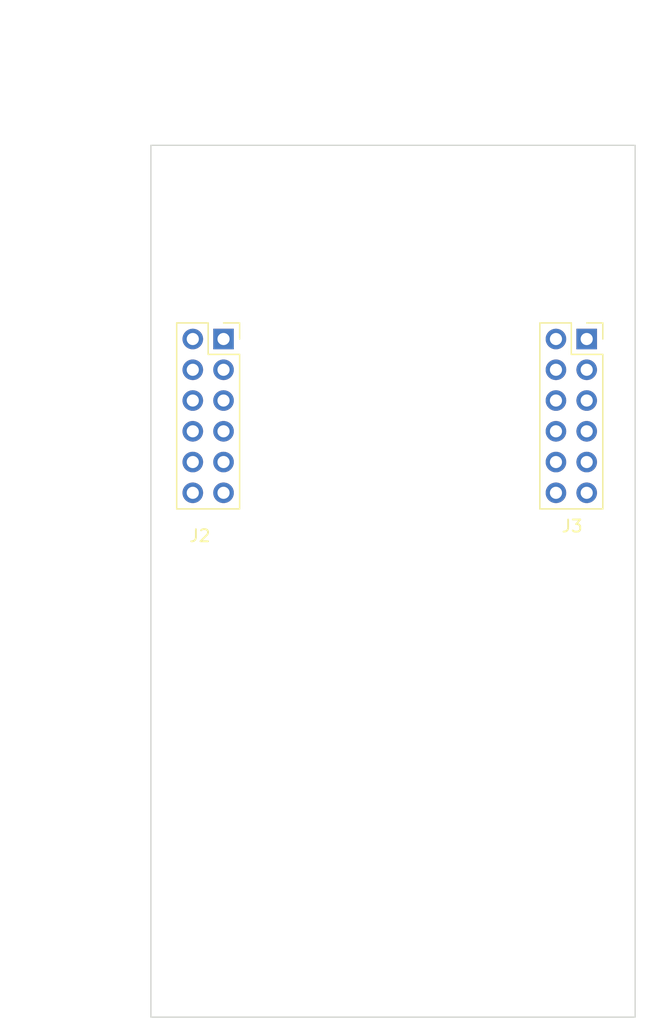
<source format=kicad_pcb>
(kicad_pcb (version 20171130) (host pcbnew "(5.1.12)-1")

  (general
    (thickness 1.6)
    (drawings 6)
    (tracks 0)
    (zones 0)
    (modules 2)
    (nets 21)
  )

  (page A4)
  (layers
    (0 F.Cu signal)
    (31 B.Cu signal)
    (32 B.Adhes user)
    (33 F.Adhes user)
    (34 B.Paste user)
    (35 F.Paste user)
    (36 B.SilkS user)
    (37 F.SilkS user)
    (38 B.Mask user)
    (39 F.Mask user)
    (40 Dwgs.User user)
    (41 Cmts.User user hide)
    (42 Eco1.User user)
    (43 Eco2.User user)
    (44 Edge.Cuts user)
    (45 Margin user)
    (46 B.CrtYd user)
    (47 F.CrtYd user)
    (48 B.Fab user hide)
    (49 F.Fab user hide)
  )

  (setup
    (last_trace_width 0.2)
    (user_trace_width 0.2)
    (user_trace_width 0.4)
    (user_trace_width 0.6)
    (user_trace_width 0.8)
    (user_trace_width 1)
    (trace_clearance 0.2032)
    (zone_clearance 0.2)
    (zone_45_only no)
    (trace_min 0.2)
    (via_size 0.8)
    (via_drill 0.4)
    (via_min_size 0.4)
    (via_min_drill 0.3)
    (uvia_size 0.3)
    (uvia_drill 0.1)
    (uvias_allowed no)
    (uvia_min_size 0.2)
    (uvia_min_drill 0.1)
    (edge_width 0.05)
    (segment_width 0.2)
    (pcb_text_width 0.3)
    (pcb_text_size 1.5 1.5)
    (mod_edge_width 0.12)
    (mod_text_size 1 1)
    (mod_text_width 0.15)
    (pad_size 1.524 1.524)
    (pad_drill 0.762)
    (pad_to_mask_clearance 0)
    (aux_axis_origin 0 0)
    (visible_elements 7FFFFFFF)
    (pcbplotparams
      (layerselection 0x010fc_ffffffff)
      (usegerberextensions false)
      (usegerberattributes true)
      (usegerberadvancedattributes true)
      (creategerberjobfile true)
      (excludeedgelayer true)
      (linewidth 0.100000)
      (plotframeref false)
      (viasonmask false)
      (mode 1)
      (useauxorigin false)
      (hpglpennumber 1)
      (hpglpenspeed 20)
      (hpglpendiameter 15.000000)
      (psnegative false)
      (psa4output false)
      (plotreference true)
      (plotvalue true)
      (plotinvisibletext false)
      (padsonsilk false)
      (subtractmaskfromsilk false)
      (outputformat 1)
      (mirror false)
      (drillshape 1)
      (scaleselection 1)
      (outputdirectory ""))
  )

  (net 0 "")
  (net 1 GND)
  (net 2 +3V3)
  (net 3 /5VEXT)
  (net 4 /MCU_TX)
  (net 5 /MCU_RX)
  (net 6 /IO2)
  (net 7 /IO15)
  (net 8 /IO13)
  (net 9 /IO12)
  (net 10 /IO14)
  (net 11 /IO26)
  (net 12 /IO25)
  (net 13 /IO16\U2_RX)
  (net 14 /IO17\U2_TX)
  (net 15 /IO5)
  (net 16 /IO18)
  (net 17 /IO19)
  (net 18 /IO21\SDA)
  (net 19 /IO23)
  (net 20 /IO22\SCL)

  (net_class Default "This is the default net class."
    (clearance 0.2032)
    (trace_width 0.2)
    (via_dia 0.8)
    (via_drill 0.4)
    (uvia_dia 0.3)
    (uvia_drill 0.1)
    (add_net +3V3)
    (add_net /5VEXT)
    (add_net /IO12)
    (add_net /IO13)
    (add_net /IO14)
    (add_net /IO15)
    (add_net /IO16\U2_RX)
    (add_net /IO17\U2_TX)
    (add_net /IO18)
    (add_net /IO19)
    (add_net /IO2)
    (add_net /IO21\SDA)
    (add_net /IO22\SCL)
    (add_net /IO23)
    (add_net /IO25)
    (add_net /IO26)
    (add_net /IO5)
    (add_net /MCU_RX)
    (add_net /MCU_TX)
    (add_net GND)
  )

  (net_class Power ""
    (clearance 0.2032)
    (trace_width 0.4)
    (via_dia 0.8)
    (via_drill 0.4)
    (uvia_dia 0.3)
    (uvia_drill 0.1)
  )

  (module Connector_PinSocket_2.54mm:PinSocket_2x06_P2.54mm_Vertical locked (layer F.Cu) (tedit 5A19A42B) (tstamp 62B91521)
    (at 156 51)
    (descr "Through hole straight socket strip, 2x06, 2.54mm pitch, double cols (from Kicad 4.0.7), script generated")
    (tags "Through hole socket strip THT 2x06 2.54mm double row")
    (path /62BF5C7D)
    (fp_text reference J3 (at -1.2 15.45) (layer F.SilkS)
      (effects (font (size 1 1) (thickness 0.15)))
    )
    (fp_text value Conn_02x06_Odd_Even (at -1.27 15.47) (layer F.Fab)
      (effects (font (size 1 1) (thickness 0.15)))
    )
    (fp_line (start -4.34 14.45) (end -4.34 -1.8) (layer F.CrtYd) (width 0.05))
    (fp_line (start 1.76 14.45) (end -4.34 14.45) (layer F.CrtYd) (width 0.05))
    (fp_line (start 1.76 -1.8) (end 1.76 14.45) (layer F.CrtYd) (width 0.05))
    (fp_line (start -4.34 -1.8) (end 1.76 -1.8) (layer F.CrtYd) (width 0.05))
    (fp_line (start 0 -1.33) (end 1.33 -1.33) (layer F.SilkS) (width 0.12))
    (fp_line (start 1.33 -1.33) (end 1.33 0) (layer F.SilkS) (width 0.12))
    (fp_line (start -1.27 -1.33) (end -1.27 1.27) (layer F.SilkS) (width 0.12))
    (fp_line (start -1.27 1.27) (end 1.33 1.27) (layer F.SilkS) (width 0.12))
    (fp_line (start 1.33 1.27) (end 1.33 14.03) (layer F.SilkS) (width 0.12))
    (fp_line (start -3.87 14.03) (end 1.33 14.03) (layer F.SilkS) (width 0.12))
    (fp_line (start -3.87 -1.33) (end -3.87 14.03) (layer F.SilkS) (width 0.12))
    (fp_line (start -3.87 -1.33) (end -1.27 -1.33) (layer F.SilkS) (width 0.12))
    (fp_line (start -3.81 13.97) (end -3.81 -1.27) (layer F.Fab) (width 0.1))
    (fp_line (start 1.27 13.97) (end -3.81 13.97) (layer F.Fab) (width 0.1))
    (fp_line (start 1.27 -0.27) (end 1.27 13.97) (layer F.Fab) (width 0.1))
    (fp_line (start 0.27 -1.27) (end 1.27 -0.27) (layer F.Fab) (width 0.1))
    (fp_line (start -3.81 -1.27) (end 0.27 -1.27) (layer F.Fab) (width 0.1))
    (fp_text user %R (at -1.27 6.35 90) (layer F.Fab)
      (effects (font (size 1 1) (thickness 0.15)))
    )
    (pad 12 thru_hole oval (at -2.54 12.7) (size 1.7 1.7) (drill 1) (layers *.Cu *.Mask)
      (net 1 GND))
    (pad 11 thru_hole oval (at 0 12.7) (size 1.7 1.7) (drill 1) (layers *.Cu *.Mask)
      (net 1 GND))
    (pad 10 thru_hole oval (at -2.54 10.16) (size 1.7 1.7) (drill 1) (layers *.Cu *.Mask)
      (net 4 /MCU_TX))
    (pad 9 thru_hole oval (at 0 10.16) (size 1.7 1.7) (drill 1) (layers *.Cu *.Mask)
      (net 5 /MCU_RX))
    (pad 8 thru_hole oval (at -2.54 7.62) (size 1.7 1.7) (drill 1) (layers *.Cu *.Mask)
      (net 13 /IO16\U2_RX))
    (pad 7 thru_hole oval (at 0 7.62) (size 1.7 1.7) (drill 1) (layers *.Cu *.Mask)
      (net 14 /IO17\U2_TX))
    (pad 6 thru_hole oval (at -2.54 5.08) (size 1.7 1.7) (drill 1) (layers *.Cu *.Mask)
      (net 15 /IO5))
    (pad 5 thru_hole oval (at 0 5.08) (size 1.7 1.7) (drill 1) (layers *.Cu *.Mask)
      (net 16 /IO18))
    (pad 4 thru_hole oval (at -2.54 2.54) (size 1.7 1.7) (drill 1) (layers *.Cu *.Mask)
      (net 17 /IO19))
    (pad 3 thru_hole oval (at 0 2.54) (size 1.7 1.7) (drill 1) (layers *.Cu *.Mask)
      (net 18 /IO21\SDA))
    (pad 2 thru_hole oval (at -2.54 0) (size 1.7 1.7) (drill 1) (layers *.Cu *.Mask)
      (net 19 /IO23))
    (pad 1 thru_hole rect (at 0 0) (size 1.7 1.7) (drill 1) (layers *.Cu *.Mask)
      (net 20 /IO22\SCL))
    (model ${KISYS3DMOD}/Connector_PinSocket_2.54mm.3dshapes/PinSocket_2x06_P2.54mm_Vertical.wrl
      (offset (xyz -2.5 0 -2))
      (scale (xyz 1 1 1))
      (rotate (xyz 0 180 0))
    )
  )

  (module Connector_PinSocket_2.54mm:PinSocket_2x06_P2.54mm_Vertical locked (layer F.Cu) (tedit 5A19A42B) (tstamp 62C33F37)
    (at 126 51)
    (descr "Through hole straight socket strip, 2x06, 2.54mm pitch, double cols (from Kicad 4.0.7), script generated")
    (tags "Through hole socket strip THT 2x06 2.54mm double row")
    (path /62BF5530)
    (fp_text reference J2 (at -1.95 16.25) (layer F.SilkS)
      (effects (font (size 1 1) (thickness 0.15)))
    )
    (fp_text value Conn_02x06_Odd_Even (at -1.27 15.47) (layer F.Fab)
      (effects (font (size 1 1) (thickness 0.15)))
    )
    (fp_line (start -4.34 14.45) (end -4.34 -1.8) (layer F.CrtYd) (width 0.05))
    (fp_line (start 1.76 14.45) (end -4.34 14.45) (layer F.CrtYd) (width 0.05))
    (fp_line (start 1.76 -1.8) (end 1.76 14.45) (layer F.CrtYd) (width 0.05))
    (fp_line (start -4.34 -1.8) (end 1.76 -1.8) (layer F.CrtYd) (width 0.05))
    (fp_line (start 0 -1.33) (end 1.33 -1.33) (layer F.SilkS) (width 0.12))
    (fp_line (start 1.33 -1.33) (end 1.33 0) (layer F.SilkS) (width 0.12))
    (fp_line (start -1.27 -1.33) (end -1.27 1.27) (layer F.SilkS) (width 0.12))
    (fp_line (start -1.27 1.27) (end 1.33 1.27) (layer F.SilkS) (width 0.12))
    (fp_line (start 1.33 1.27) (end 1.33 14.03) (layer F.SilkS) (width 0.12))
    (fp_line (start -3.87 14.03) (end 1.33 14.03) (layer F.SilkS) (width 0.12))
    (fp_line (start -3.87 -1.33) (end -3.87 14.03) (layer F.SilkS) (width 0.12))
    (fp_line (start -3.87 -1.33) (end -1.27 -1.33) (layer F.SilkS) (width 0.12))
    (fp_line (start -3.81 13.97) (end -3.81 -1.27) (layer F.Fab) (width 0.1))
    (fp_line (start 1.27 13.97) (end -3.81 13.97) (layer F.Fab) (width 0.1))
    (fp_line (start 1.27 -0.27) (end 1.27 13.97) (layer F.Fab) (width 0.1))
    (fp_line (start 0.27 -1.27) (end 1.27 -0.27) (layer F.Fab) (width 0.1))
    (fp_line (start -3.81 -1.27) (end 0.27 -1.27) (layer F.Fab) (width 0.1))
    (fp_text user %R (at -1.27 6.35 90) (layer F.Fab)
      (effects (font (size 1 1) (thickness 0.15)))
    )
    (pad 12 thru_hole oval (at -2.54 12.7) (size 1.7 1.7) (drill 1) (layers *.Cu *.Mask)
      (net 1 GND))
    (pad 11 thru_hole oval (at 0 12.7) (size 1.7 1.7) (drill 1) (layers *.Cu *.Mask)
      (net 3 /5VEXT))
    (pad 10 thru_hole oval (at -2.54 10.16) (size 1.7 1.7) (drill 1) (layers *.Cu *.Mask)
      (net 1 GND))
    (pad 9 thru_hole oval (at 0 10.16) (size 1.7 1.7) (drill 1) (layers *.Cu *.Mask)
      (net 3 /5VEXT))
    (pad 8 thru_hole oval (at -2.54 7.62) (size 1.7 1.7) (drill 1) (layers *.Cu *.Mask)
      (net 6 /IO2))
    (pad 7 thru_hole oval (at 0 7.62) (size 1.7 1.7) (drill 1) (layers *.Cu *.Mask)
      (net 2 +3V3))
    (pad 6 thru_hole oval (at -2.54 5.08) (size 1.7 1.7) (drill 1) (layers *.Cu *.Mask)
      (net 7 /IO15))
    (pad 5 thru_hole oval (at 0 5.08) (size 1.7 1.7) (drill 1) (layers *.Cu *.Mask)
      (net 8 /IO13))
    (pad 4 thru_hole oval (at -2.54 2.54) (size 1.7 1.7) (drill 1) (layers *.Cu *.Mask)
      (net 9 /IO12))
    (pad 3 thru_hole oval (at 0 2.54) (size 1.7 1.7) (drill 1) (layers *.Cu *.Mask)
      (net 10 /IO14))
    (pad 2 thru_hole oval (at -2.54 0) (size 1.7 1.7) (drill 1) (layers *.Cu *.Mask)
      (net 11 /IO26))
    (pad 1 thru_hole rect (at 0 0) (size 1.7 1.7) (drill 1) (layers *.Cu *.Mask)
      (net 12 /IO25))
    (model ${KISYS3DMOD}/Connector_PinSocket_2.54mm.3dshapes/PinSocket_2x06_P2.54mm_Vertical.wrl
      (offset (xyz -2.5 0 -2))
      (scale (xyz 1 1 1))
      (rotate (xyz 0 180 0))
    )
  )

  (gr_line (start 160 35) (end 160 107) (layer Edge.Cuts) (width 0.1))
  (gr_line (start 120 35) (end 160 35) (layer Edge.Cuts) (width 0.1))
  (gr_line (start 120 107) (end 120 35) (layer Edge.Cuts) (width 0.1))
  (gr_line (start 160 107) (end 120 107) (layer Edge.Cuts) (width 0.1) (tstamp 62C3422B))
  (dimension 40 (width 0.15) (layer Margin)
    (gr_text "40,000 mm" (at 140 23.7) (layer Margin)
      (effects (font (size 1 1) (thickness 0.15)))
    )
    (feature1 (pts (xy 160 107.5) (xy 160 24.413579)))
    (feature2 (pts (xy 120 107.5) (xy 120 24.413579)))
    (crossbar (pts (xy 120 25) (xy 160 25)))
    (arrow1a (pts (xy 160 25) (xy 158.873496 25.586421)))
    (arrow1b (pts (xy 160 25) (xy 158.873496 24.413579)))
    (arrow2a (pts (xy 120 25) (xy 121.126504 25.586421)))
    (arrow2b (pts (xy 120 25) (xy 121.126504 24.413579)))
  )
  (dimension 72 (width 0.15) (layer Margin)
    (gr_text "72,000 mm" (at 111.2 71 270) (layer Margin)
      (effects (font (size 1 1) (thickness 0.15)))
    )
    (feature1 (pts (xy 162.5 107) (xy 111.913579 107)))
    (feature2 (pts (xy 162.5 35) (xy 111.913579 35)))
    (crossbar (pts (xy 112.5 35) (xy 112.5 107)))
    (arrow1a (pts (xy 112.5 107) (xy 111.913579 105.873496)))
    (arrow1b (pts (xy 112.5 107) (xy 113.086421 105.873496)))
    (arrow2a (pts (xy 112.5 35) (xy 111.913579 36.126504)))
    (arrow2b (pts (xy 112.5 35) (xy 113.086421 36.126504)))
  )

)

</source>
